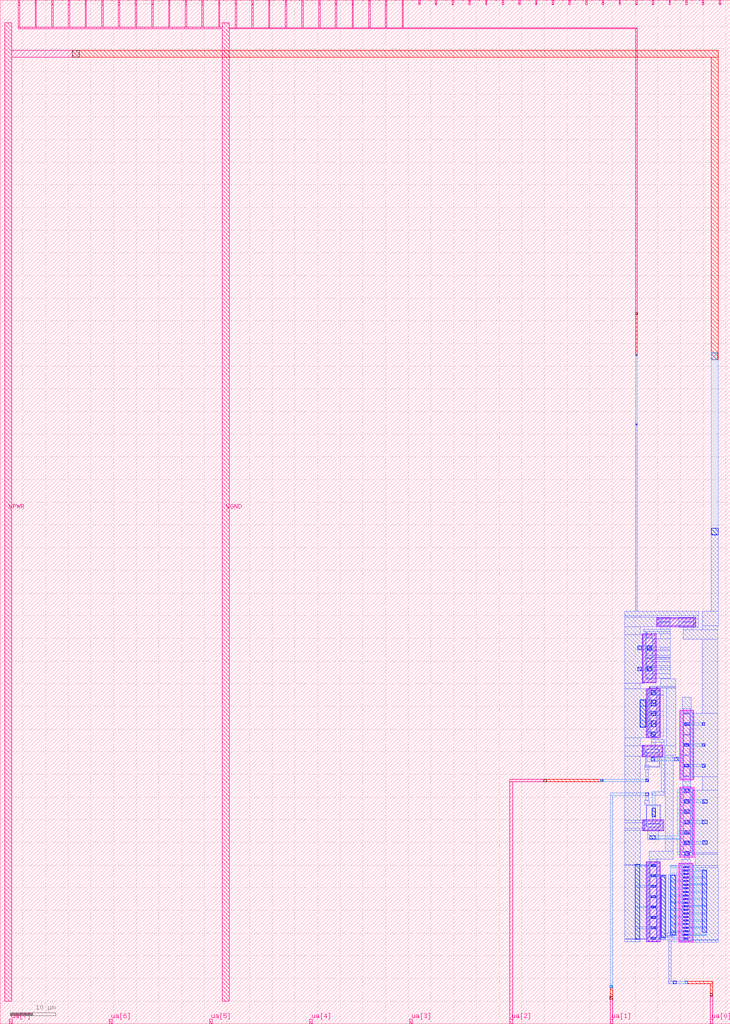
<source format=lef>
VERSION 5.7 ;
  NOWIREEXTENSIONATPIN ON ;
  DIVIDERCHAR "/" ;
  BUSBITCHARS "[]" ;
MACRO tt_um_argunda_tiny_opamp
  CLASS BLOCK ;
  FOREIGN tt_um_argunda_tiny_opamp ;
  ORIGIN 0.000 0.000 ;
  SIZE 161.000 BY 225.760 ;
  PIN clk
    DIRECTION INPUT ;
    USE SIGNAL ;
    PORT
      LAYER met4 ;
        RECT 154.870 224.760 155.170 225.760 ;
    END
  END clk
  PIN ena
    DIRECTION INPUT ;
    USE SIGNAL ;
    PORT
      LAYER met4 ;
        RECT 158.550 224.760 158.850 225.760 ;
    END
  END ena
  PIN rst_n
    DIRECTION INPUT ;
    USE SIGNAL ;
    PORT
      LAYER met4 ;
        RECT 151.190 224.760 151.490 225.760 ;
    END
  END rst_n
  PIN ua[0]
    DIRECTION INOUT ;
    USE SIGNAL ;
    ANTENNADIFFAREA 4.350000 ;
    PORT
      LAYER met4 ;
        RECT 156.560 0.000 157.160 1.000 ;
    END
  END ua[0]
  PIN ua[1]
    DIRECTION INOUT ;
    USE SIGNAL ;
    ANTENNAGATEAREA 1.250000 ;
    PORT
      LAYER met4 ;
        RECT 134.480 0.000 135.080 1.000 ;
    END
  END ua[1]
  PIN ua[2]
    DIRECTION INOUT ;
    USE SIGNAL ;
    ANTENNAGATEAREA 1.250000 ;
    PORT
      LAYER met4 ;
        RECT 112.400 0.000 113.000 1.000 ;
    END
  END ua[2]
  PIN ua[3]
    DIRECTION INOUT ;
    USE SIGNAL ;
    PORT
      LAYER met4 ;
        RECT 90.320 0.000 90.920 1.000 ;
    END
  END ua[3]
  PIN ua[4]
    DIRECTION INOUT ;
    USE SIGNAL ;
    PORT
      LAYER met4 ;
        RECT 68.240 0.000 68.840 1.000 ;
    END
  END ua[4]
  PIN ua[5]
    DIRECTION INOUT ;
    USE SIGNAL ;
    PORT
      LAYER met4 ;
        RECT 46.160 0.000 46.760 1.000 ;
    END
  END ua[5]
  PIN ua[6]
    DIRECTION INOUT ;
    USE SIGNAL ;
    PORT
      LAYER met4 ;
        RECT 24.080 0.000 24.680 1.000 ;
    END
  END ua[6]
  PIN ua[7]
    DIRECTION INOUT ;
    USE SIGNAL ;
    PORT
      LAYER met4 ;
        RECT 2.000 0.000 2.600 1.000 ;
    END
  END ua[7]
  PIN ui_in[0]
    DIRECTION INPUT ;
    USE SIGNAL ;
    PORT
      LAYER met4 ;
        RECT 147.510 224.760 147.810 225.760 ;
    END
  END ui_in[0]
  PIN ui_in[1]
    DIRECTION INPUT ;
    USE SIGNAL ;
    PORT
      LAYER met4 ;
        RECT 143.830 224.760 144.130 225.760 ;
    END
  END ui_in[1]
  PIN ui_in[2]
    DIRECTION INPUT ;
    USE SIGNAL ;
    PORT
      LAYER met4 ;
        RECT 140.150 224.760 140.450 225.760 ;
    END
  END ui_in[2]
  PIN ui_in[3]
    DIRECTION INPUT ;
    USE SIGNAL ;
    PORT
      LAYER met4 ;
        RECT 136.470 224.760 136.770 225.760 ;
    END
  END ui_in[3]
  PIN ui_in[4]
    DIRECTION INPUT ;
    USE SIGNAL ;
    PORT
      LAYER met4 ;
        RECT 132.790 224.760 133.090 225.760 ;
    END
  END ui_in[4]
  PIN ui_in[5]
    DIRECTION INPUT ;
    USE SIGNAL ;
    PORT
      LAYER met4 ;
        RECT 129.110 224.760 129.410 225.760 ;
    END
  END ui_in[5]
  PIN ui_in[6]
    DIRECTION INPUT ;
    USE SIGNAL ;
    PORT
      LAYER met4 ;
        RECT 125.430 224.760 125.730 225.760 ;
    END
  END ui_in[6]
  PIN ui_in[7]
    DIRECTION INPUT ;
    USE SIGNAL ;
    PORT
      LAYER met4 ;
        RECT 121.750 224.760 122.050 225.760 ;
    END
  END ui_in[7]
  PIN uio_in[0]
    DIRECTION INPUT ;
    USE SIGNAL ;
    PORT
      LAYER met4 ;
        RECT 118.070 224.760 118.370 225.760 ;
    END
  END uio_in[0]
  PIN uio_in[1]
    DIRECTION INPUT ;
    USE SIGNAL ;
    PORT
      LAYER met4 ;
        RECT 114.390 224.760 114.690 225.760 ;
    END
  END uio_in[1]
  PIN uio_in[2]
    DIRECTION INPUT ;
    USE SIGNAL ;
    PORT
      LAYER met4 ;
        RECT 110.710 224.760 111.010 225.760 ;
    END
  END uio_in[2]
  PIN uio_in[3]
    DIRECTION INPUT ;
    USE SIGNAL ;
    PORT
      LAYER met4 ;
        RECT 107.030 224.760 107.330 225.760 ;
    END
  END uio_in[3]
  PIN uio_in[4]
    DIRECTION INPUT ;
    USE SIGNAL ;
    PORT
      LAYER met4 ;
        RECT 103.350 224.760 103.650 225.760 ;
    END
  END uio_in[4]
  PIN uio_in[5]
    DIRECTION INPUT ;
    USE SIGNAL ;
    PORT
      LAYER met4 ;
        RECT 99.670 224.760 99.970 225.760 ;
    END
  END uio_in[5]
  PIN uio_in[6]
    DIRECTION INPUT ;
    USE SIGNAL ;
    PORT
      LAYER met4 ;
        RECT 95.990 224.760 96.290 225.760 ;
    END
  END uio_in[6]
  PIN uio_in[7]
    DIRECTION INPUT ;
    USE SIGNAL ;
    PORT
      LAYER met4 ;
        RECT 92.310 224.760 92.610 225.760 ;
    END
  END uio_in[7]
  PIN uio_oe[0]
    DIRECTION OUTPUT ;
    USE SIGNAL ;
    ANTENNADIFFAREA 25.116999 ;
    PORT
      LAYER met4 ;
        RECT 29.750 224.760 30.050 225.760 ;
    END
  END uio_oe[0]
  PIN uio_oe[1]
    DIRECTION OUTPUT ;
    USE SIGNAL ;
    ANTENNADIFFAREA 25.116999 ;
    PORT
      LAYER met4 ;
        RECT 26.070 224.760 26.370 225.760 ;
    END
  END uio_oe[1]
  PIN uio_oe[2]
    DIRECTION OUTPUT ;
    USE SIGNAL ;
    ANTENNADIFFAREA 25.116999 ;
    PORT
      LAYER met4 ;
        RECT 22.390 224.760 22.690 225.760 ;
    END
  END uio_oe[2]
  PIN uio_oe[3]
    DIRECTION OUTPUT ;
    USE SIGNAL ;
    ANTENNADIFFAREA 25.116999 ;
    PORT
      LAYER met4 ;
        RECT 18.710 224.760 19.010 225.760 ;
    END
  END uio_oe[3]
  PIN uio_oe[4]
    DIRECTION OUTPUT ;
    USE SIGNAL ;
    ANTENNADIFFAREA 25.116999 ;
    PORT
      LAYER met4 ;
        RECT 15.030 224.760 15.330 225.760 ;
    END
  END uio_oe[4]
  PIN uio_oe[5]
    DIRECTION OUTPUT ;
    USE SIGNAL ;
    ANTENNADIFFAREA 25.116999 ;
    PORT
      LAYER met4 ;
        RECT 11.350 224.760 11.650 225.760 ;
    END
  END uio_oe[5]
  PIN uio_oe[6]
    DIRECTION OUTPUT ;
    USE SIGNAL ;
    ANTENNADIFFAREA 25.116999 ;
    PORT
      LAYER met4 ;
        RECT 7.670 224.760 7.970 225.760 ;
    END
  END uio_oe[6]
  PIN uio_oe[7]
    DIRECTION OUTPUT ;
    USE SIGNAL ;
    ANTENNADIFFAREA 25.116999 ;
    PORT
      LAYER met4 ;
        RECT 3.990 224.760 4.290 225.760 ;
    END
  END uio_oe[7]
  PIN uio_out[0]
    DIRECTION OUTPUT ;
    USE SIGNAL ;
    ANTENNADIFFAREA 25.116999 ;
    PORT
      LAYER met4 ;
        RECT 59.190 224.760 59.490 225.760 ;
    END
  END uio_out[0]
  PIN uio_out[1]
    DIRECTION OUTPUT ;
    USE SIGNAL ;
    ANTENNADIFFAREA 25.116999 ;
    PORT
      LAYER met4 ;
        RECT 55.510 224.760 55.810 225.760 ;
    END
  END uio_out[1]
  PIN uio_out[2]
    DIRECTION OUTPUT ;
    USE SIGNAL ;
    ANTENNADIFFAREA 25.116999 ;
    PORT
      LAYER met4 ;
        RECT 51.830 224.760 52.130 225.760 ;
    END
  END uio_out[2]
  PIN uio_out[3]
    DIRECTION OUTPUT ;
    USE SIGNAL ;
    ANTENNADIFFAREA 25.116999 ;
    PORT
      LAYER met4 ;
        RECT 48.150 224.760 48.450 225.760 ;
    END
  END uio_out[3]
  PIN uio_out[4]
    DIRECTION OUTPUT ;
    USE SIGNAL ;
    ANTENNADIFFAREA 25.116999 ;
    PORT
      LAYER met4 ;
        RECT 44.470 224.760 44.770 225.760 ;
    END
  END uio_out[4]
  PIN uio_out[5]
    DIRECTION OUTPUT ;
    USE SIGNAL ;
    ANTENNADIFFAREA 25.116999 ;
    PORT
      LAYER met4 ;
        RECT 40.790 224.760 41.090 225.760 ;
    END
  END uio_out[5]
  PIN uio_out[6]
    DIRECTION OUTPUT ;
    USE SIGNAL ;
    ANTENNADIFFAREA 25.116999 ;
    PORT
      LAYER met4 ;
        RECT 37.110 224.760 37.410 225.760 ;
    END
  END uio_out[6]
  PIN uio_out[7]
    DIRECTION OUTPUT ;
    USE SIGNAL ;
    ANTENNADIFFAREA 25.116999 ;
    PORT
      LAYER met4 ;
        RECT 33.430 224.760 33.730 225.760 ;
    END
  END uio_out[7]
  PIN uo_out[0]
    DIRECTION OUTPUT ;
    USE SIGNAL ;
    ANTENNADIFFAREA 25.116999 ;
    PORT
      LAYER met4 ;
        RECT 88.630 224.760 88.930 225.760 ;
    END
  END uo_out[0]
  PIN uo_out[1]
    DIRECTION OUTPUT ;
    USE SIGNAL ;
    ANTENNADIFFAREA 25.116999 ;
    PORT
      LAYER met4 ;
        RECT 84.950 224.760 85.250 225.760 ;
    END
  END uo_out[1]
  PIN uo_out[2]
    DIRECTION OUTPUT ;
    USE SIGNAL ;
    ANTENNADIFFAREA 25.116999 ;
    PORT
      LAYER met4 ;
        RECT 81.270 224.760 81.570 225.760 ;
    END
  END uo_out[2]
  PIN uo_out[3]
    DIRECTION OUTPUT ;
    USE SIGNAL ;
    ANTENNADIFFAREA 25.116999 ;
    PORT
      LAYER met4 ;
        RECT 77.590 224.760 77.890 225.760 ;
    END
  END uo_out[3]
  PIN uo_out[4]
    DIRECTION OUTPUT ;
    USE SIGNAL ;
    ANTENNADIFFAREA 25.116999 ;
    PORT
      LAYER met4 ;
        RECT 73.910 224.760 74.210 225.760 ;
    END
  END uo_out[4]
  PIN uo_out[5]
    DIRECTION OUTPUT ;
    USE SIGNAL ;
    ANTENNADIFFAREA 25.116999 ;
    PORT
      LAYER met4 ;
        RECT 70.230 224.760 70.530 225.760 ;
    END
  END uo_out[5]
  PIN uo_out[6]
    DIRECTION OUTPUT ;
    USE SIGNAL ;
    ANTENNADIFFAREA 25.116999 ;
    PORT
      LAYER met4 ;
        RECT 66.550 224.760 66.850 225.760 ;
    END
  END uo_out[6]
  PIN uo_out[7]
    DIRECTION OUTPUT ;
    USE SIGNAL ;
    ANTENNADIFFAREA 25.116999 ;
    PORT
      LAYER met4 ;
        RECT 62.870 224.760 63.170 225.760 ;
    END
  END uo_out[7]
  PIN VPWR
    DIRECTION INOUT ;
    USE POWER ;
    PORT
      LAYER met4 ;
        RECT 1.000 5.000 2.500 220.760 ;
    END
  END VPWR
  PIN VGND
    DIRECTION INOUT ;
    USE GROUND ;
    PORT
      LAYER met4 ;
        RECT 49.000 5.000 50.500 220.760 ;
    END
  END VGND
  OBS
      LAYER pwell ;
        RECT 144.740 87.580 153.360 89.590 ;
        RECT 141.570 75.160 144.670 85.990 ;
        RECT 143.140 74.190 143.370 74.220 ;
        RECT 143.180 73.860 143.370 74.190 ;
        RECT 144.710 73.860 144.940 74.220 ;
        RECT 142.490 63.030 145.590 73.860 ;
        RECT 141.560 58.940 146.160 61.400 ;
      LAYER nwell ;
        RECT 149.810 53.780 153.000 69.190 ;
      LAYER pwell ;
        RECT 141.740 42.520 146.340 44.980 ;
      LAYER nwell ;
        RECT 149.860 36.760 153.050 52.170 ;
      LAYER pwell ;
        RECT 142.510 18.030 145.610 35.730 ;
      LAYER nwell ;
        RECT 149.630 17.970 152.820 35.440 ;
      LAYER li1 ;
        RECT 144.920 89.240 153.180 89.410 ;
        RECT 144.920 89.070 145.090 89.240 ;
        RECT 144.770 88.170 145.260 89.070 ;
        RECT 153.010 88.970 153.180 89.240 ;
        RECT 145.570 88.410 147.730 88.760 ;
        RECT 150.370 88.410 152.530 88.760 ;
        RECT 152.990 88.220 153.280 88.970 ;
        RECT 144.920 87.930 145.090 88.170 ;
        RECT 153.010 87.930 153.180 88.220 ;
        RECT 144.920 87.760 153.180 87.930 ;
        RECT 141.750 85.640 144.490 85.810 ;
        RECT 141.750 75.510 141.920 85.640 ;
        RECT 142.600 85.070 143.640 85.240 ;
        RECT 142.260 83.010 142.430 85.010 ;
        RECT 143.810 83.010 143.980 85.010 ;
        RECT 142.600 82.780 143.640 82.950 ;
        RECT 142.260 80.720 142.430 82.720 ;
        RECT 143.810 80.720 143.980 82.720 ;
        RECT 142.600 80.490 143.640 80.660 ;
        RECT 142.260 78.430 142.430 80.430 ;
        RECT 143.810 78.430 143.980 80.430 ;
        RECT 142.600 78.200 143.640 78.370 ;
        RECT 142.260 76.140 142.430 78.140 ;
        RECT 143.810 76.140 143.980 78.140 ;
        RECT 142.600 75.910 143.640 76.080 ;
        RECT 144.320 75.510 144.490 85.640 ;
        RECT 141.750 75.340 144.490 75.510 ;
        RECT 142.670 73.510 145.410 73.680 ;
        RECT 142.670 63.380 142.840 73.510 ;
        RECT 143.520 72.940 144.560 73.110 ;
        RECT 143.180 70.880 143.350 72.880 ;
        RECT 144.730 70.880 144.900 72.880 ;
        RECT 143.520 70.650 144.560 70.820 ;
        RECT 143.180 68.590 143.350 70.590 ;
        RECT 144.730 68.590 144.900 70.590 ;
        RECT 143.520 68.360 144.560 68.530 ;
        RECT 143.180 66.300 143.350 68.300 ;
        RECT 144.730 66.300 144.900 68.300 ;
        RECT 143.520 66.070 144.560 66.240 ;
        RECT 143.180 64.010 143.350 66.010 ;
        RECT 144.730 64.010 144.900 66.010 ;
        RECT 143.520 63.780 144.560 63.950 ;
        RECT 145.240 63.380 145.410 73.510 ;
        RECT 142.670 63.210 145.410 63.380 ;
        RECT 149.990 68.840 152.820 69.010 ;
        RECT 141.740 61.050 145.980 61.220 ;
        RECT 141.740 59.290 141.910 61.050 ;
        RECT 142.590 60.480 145.130 60.650 ;
        RECT 142.250 59.920 142.420 60.420 ;
        RECT 145.300 59.920 145.470 60.420 ;
        RECT 142.590 59.690 145.130 59.860 ;
        RECT 145.810 59.290 145.980 61.050 ;
        RECT 141.740 59.120 145.980 59.290 ;
        RECT 149.990 54.130 150.160 68.840 ;
        RECT 150.885 68.270 151.925 68.440 ;
        RECT 150.500 66.210 150.670 68.210 ;
        RECT 152.140 66.210 152.310 68.210 ;
        RECT 150.885 65.980 151.925 66.150 ;
        RECT 150.500 63.920 150.670 65.920 ;
        RECT 152.140 63.920 152.310 65.920 ;
        RECT 150.885 63.690 151.925 63.860 ;
        RECT 150.500 61.630 150.670 63.630 ;
        RECT 152.140 61.630 152.310 63.630 ;
        RECT 150.885 61.400 151.925 61.570 ;
        RECT 150.500 59.340 150.670 61.340 ;
        RECT 152.140 59.340 152.310 61.340 ;
        RECT 150.885 59.110 151.925 59.280 ;
        RECT 150.500 57.050 150.670 59.050 ;
        RECT 152.140 57.050 152.310 59.050 ;
        RECT 150.885 56.820 151.925 56.990 ;
        RECT 150.500 54.760 150.670 56.760 ;
        RECT 152.140 54.760 152.310 56.760 ;
        RECT 150.885 54.530 151.925 54.700 ;
        RECT 152.650 54.130 152.820 68.840 ;
        RECT 149.990 53.960 152.820 54.130 ;
        RECT 150.040 51.820 152.870 51.990 ;
        RECT 141.920 44.630 146.160 44.800 ;
        RECT 141.920 44.310 142.090 44.630 ;
        RECT 141.730 43.190 142.090 44.310 ;
        RECT 142.770 44.060 145.310 44.230 ;
        RECT 142.430 43.500 142.600 44.000 ;
        RECT 145.480 43.500 145.650 44.000 ;
        RECT 142.770 43.270 145.310 43.440 ;
        RECT 141.920 42.870 142.090 43.190 ;
        RECT 145.990 42.870 146.160 44.630 ;
        RECT 141.920 42.700 146.160 42.870 ;
        RECT 150.040 37.110 150.210 51.820 ;
        RECT 150.935 51.250 151.975 51.420 ;
        RECT 150.550 49.190 150.720 51.190 ;
        RECT 152.190 49.190 152.360 51.190 ;
        RECT 150.935 48.960 151.975 49.130 ;
        RECT 150.550 46.900 150.720 48.900 ;
        RECT 152.190 46.900 152.360 48.900 ;
        RECT 150.935 46.670 151.975 46.840 ;
        RECT 150.550 44.610 150.720 46.610 ;
        RECT 152.190 44.610 152.360 46.610 ;
        RECT 150.935 44.380 151.975 44.550 ;
        RECT 150.550 42.320 150.720 44.320 ;
        RECT 152.190 42.320 152.360 44.320 ;
        RECT 150.935 42.090 151.975 42.260 ;
        RECT 150.550 40.030 150.720 42.030 ;
        RECT 152.190 40.030 152.360 42.030 ;
        RECT 150.935 39.800 151.975 39.970 ;
        RECT 150.550 37.740 150.720 39.740 ;
        RECT 152.190 37.740 152.360 39.740 ;
        RECT 150.935 37.510 151.975 37.680 ;
        RECT 152.700 37.110 152.870 51.820 ;
        RECT 150.040 36.940 152.870 37.110 ;
        RECT 142.690 35.380 145.430 35.550 ;
        RECT 142.690 18.380 142.860 35.380 ;
        RECT 143.540 34.810 144.580 34.980 ;
        RECT 143.200 32.750 143.370 34.750 ;
        RECT 144.750 32.750 144.920 34.750 ;
        RECT 143.540 32.520 144.580 32.690 ;
        RECT 143.200 30.460 143.370 32.460 ;
        RECT 144.750 30.460 144.920 32.460 ;
        RECT 143.540 30.230 144.580 30.400 ;
        RECT 143.200 28.170 143.370 30.170 ;
        RECT 144.750 28.170 144.920 30.170 ;
        RECT 143.540 27.940 144.580 28.110 ;
        RECT 143.200 25.880 143.370 27.880 ;
        RECT 144.750 25.880 144.920 27.880 ;
        RECT 143.540 25.650 144.580 25.820 ;
        RECT 143.200 23.590 143.370 25.590 ;
        RECT 144.750 23.590 144.920 25.590 ;
        RECT 143.540 23.360 144.580 23.530 ;
        RECT 143.200 21.300 143.370 23.300 ;
        RECT 144.750 21.300 144.920 23.300 ;
        RECT 143.540 21.070 144.580 21.240 ;
        RECT 143.200 19.010 143.370 21.010 ;
        RECT 144.750 19.010 144.920 21.010 ;
        RECT 143.540 18.780 144.580 18.950 ;
        RECT 145.260 18.380 145.430 35.380 ;
        RECT 142.690 18.210 145.430 18.380 ;
        RECT 149.810 35.090 152.640 35.260 ;
        RECT 149.810 18.320 149.980 35.090 ;
        RECT 150.705 34.520 151.745 34.690 ;
        RECT 150.320 33.960 150.490 34.460 ;
        RECT 151.960 33.960 152.130 34.460 ;
        RECT 150.705 33.730 151.745 33.900 ;
        RECT 150.320 33.170 150.490 33.670 ;
        RECT 151.960 33.170 152.130 33.670 ;
        RECT 150.705 32.940 151.745 33.110 ;
        RECT 150.320 32.380 150.490 32.880 ;
        RECT 151.960 32.380 152.130 32.880 ;
        RECT 150.705 32.150 151.745 32.320 ;
        RECT 150.320 31.590 150.490 32.090 ;
        RECT 151.960 31.590 152.130 32.090 ;
        RECT 150.705 31.360 151.745 31.530 ;
        RECT 150.320 30.800 150.490 31.300 ;
        RECT 151.960 30.800 152.130 31.300 ;
        RECT 150.705 30.570 151.745 30.740 ;
        RECT 150.320 30.010 150.490 30.510 ;
        RECT 151.960 30.010 152.130 30.510 ;
        RECT 150.705 29.780 151.745 29.950 ;
        RECT 150.320 29.220 150.490 29.720 ;
        RECT 151.960 29.220 152.130 29.720 ;
        RECT 150.705 28.990 151.745 29.160 ;
        RECT 150.320 28.430 150.490 28.930 ;
        RECT 151.960 28.430 152.130 28.930 ;
        RECT 150.705 28.200 151.745 28.370 ;
        RECT 150.320 27.640 150.490 28.140 ;
        RECT 151.960 27.640 152.130 28.140 ;
        RECT 150.705 27.410 151.745 27.580 ;
        RECT 150.320 26.850 150.490 27.350 ;
        RECT 151.960 26.850 152.130 27.350 ;
        RECT 150.705 26.620 151.745 26.790 ;
        RECT 150.320 26.060 150.490 26.560 ;
        RECT 151.960 26.060 152.130 26.560 ;
        RECT 150.705 25.830 151.745 26.000 ;
        RECT 150.320 25.270 150.490 25.770 ;
        RECT 151.960 25.270 152.130 25.770 ;
        RECT 150.705 25.040 151.745 25.210 ;
        RECT 150.320 24.480 150.490 24.980 ;
        RECT 151.960 24.480 152.130 24.980 ;
        RECT 150.705 24.250 151.745 24.420 ;
        RECT 150.320 23.690 150.490 24.190 ;
        RECT 151.960 23.690 152.130 24.190 ;
        RECT 150.705 23.460 151.745 23.630 ;
        RECT 150.320 22.900 150.490 23.400 ;
        RECT 151.960 22.900 152.130 23.400 ;
        RECT 150.705 22.670 151.745 22.840 ;
        RECT 150.320 22.110 150.490 22.610 ;
        RECT 151.960 22.110 152.130 22.610 ;
        RECT 150.705 21.880 151.745 22.050 ;
        RECT 150.320 21.320 150.490 21.820 ;
        RECT 151.960 21.320 152.130 21.820 ;
        RECT 150.705 21.090 151.745 21.260 ;
        RECT 150.320 20.530 150.490 21.030 ;
        RECT 151.960 20.530 152.130 21.030 ;
        RECT 150.705 20.300 151.745 20.470 ;
        RECT 150.320 19.740 150.490 20.240 ;
        RECT 151.960 19.740 152.130 20.240 ;
        RECT 150.705 19.510 151.745 19.680 ;
        RECT 150.320 18.950 150.490 19.450 ;
        RECT 151.960 18.950 152.130 19.450 ;
        RECT 150.705 18.720 151.745 18.890 ;
        RECT 152.470 18.320 152.640 35.090 ;
        RECT 149.810 18.150 152.640 18.320 ;
      LAYER mcon ;
        RECT 145.660 88.490 147.645 88.680 ;
        RECT 150.455 88.490 152.440 88.680 ;
        RECT 141.750 75.820 141.920 85.330 ;
        RECT 142.680 85.070 143.560 85.240 ;
        RECT 142.260 83.090 142.430 84.930 ;
        RECT 143.810 83.090 143.980 84.930 ;
        RECT 142.680 82.780 143.560 82.950 ;
        RECT 142.260 80.800 142.430 82.640 ;
        RECT 143.810 80.800 143.980 82.640 ;
        RECT 142.680 80.490 143.560 80.660 ;
        RECT 142.260 78.510 142.430 80.350 ;
        RECT 143.810 78.510 143.980 80.350 ;
        RECT 142.680 78.200 143.560 78.370 ;
        RECT 142.260 76.220 142.430 78.060 ;
        RECT 143.810 76.220 143.980 78.060 ;
        RECT 142.680 75.910 143.560 76.080 ;
        RECT 142.670 63.690 142.840 73.200 ;
        RECT 143.600 72.940 144.480 73.110 ;
        RECT 143.180 70.960 143.350 72.800 ;
        RECT 144.730 70.960 144.900 72.800 ;
        RECT 143.600 70.650 144.480 70.820 ;
        RECT 143.180 68.670 143.350 70.510 ;
        RECT 144.730 68.670 144.900 70.510 ;
        RECT 143.600 68.360 144.480 68.530 ;
        RECT 143.180 66.380 143.350 68.220 ;
        RECT 144.730 66.380 144.900 68.220 ;
        RECT 143.600 66.070 144.480 66.240 ;
        RECT 143.180 64.090 143.350 65.930 ;
        RECT 144.730 64.090 144.900 65.930 ;
        RECT 143.600 63.780 144.480 63.950 ;
        RECT 141.740 59.600 141.910 60.740 ;
        RECT 142.670 60.480 145.050 60.650 ;
        RECT 142.250 60.000 142.420 60.340 ;
        RECT 145.300 60.000 145.470 60.340 ;
        RECT 142.670 59.690 145.050 59.860 ;
        RECT 150.965 68.270 151.845 68.440 ;
        RECT 150.500 66.290 150.670 68.130 ;
        RECT 152.140 66.290 152.310 68.130 ;
        RECT 150.965 65.980 151.845 66.150 ;
        RECT 150.500 64.000 150.670 65.840 ;
        RECT 152.140 64.000 152.310 65.840 ;
        RECT 150.965 63.690 151.845 63.860 ;
        RECT 150.500 61.710 150.670 63.550 ;
        RECT 152.140 61.710 152.310 63.550 ;
        RECT 150.965 61.400 151.845 61.570 ;
        RECT 150.500 59.420 150.670 61.260 ;
        RECT 152.140 59.420 152.310 61.260 ;
        RECT 150.965 59.110 151.845 59.280 ;
        RECT 150.500 57.130 150.670 58.970 ;
        RECT 152.140 57.130 152.310 58.970 ;
        RECT 150.965 56.820 151.845 56.990 ;
        RECT 150.500 54.840 150.670 56.680 ;
        RECT 152.140 54.840 152.310 56.680 ;
        RECT 150.965 54.530 151.845 54.700 ;
        RECT 152.650 54.440 152.820 68.530 ;
        RECT 141.730 43.190 142.080 44.310 ;
        RECT 142.850 44.060 145.230 44.230 ;
        RECT 142.430 43.580 142.600 43.920 ;
        RECT 145.480 43.580 145.650 43.920 ;
        RECT 142.850 43.270 145.230 43.440 ;
        RECT 151.015 51.250 151.895 51.420 ;
        RECT 150.550 49.270 150.720 51.110 ;
        RECT 152.190 49.270 152.360 51.110 ;
        RECT 151.015 48.960 151.895 49.130 ;
        RECT 150.550 46.980 150.720 48.820 ;
        RECT 152.190 46.980 152.360 48.820 ;
        RECT 151.015 46.670 151.895 46.840 ;
        RECT 150.550 44.690 150.720 46.530 ;
        RECT 152.190 44.690 152.360 46.530 ;
        RECT 151.015 44.380 151.895 44.550 ;
        RECT 150.550 42.400 150.720 44.240 ;
        RECT 152.190 42.400 152.360 44.240 ;
        RECT 151.015 42.090 151.895 42.260 ;
        RECT 150.550 40.110 150.720 41.950 ;
        RECT 152.190 40.110 152.360 41.950 ;
        RECT 151.015 39.800 151.895 39.970 ;
        RECT 150.550 37.820 150.720 39.660 ;
        RECT 152.190 37.820 152.360 39.660 ;
        RECT 151.015 37.510 151.895 37.680 ;
        RECT 152.700 37.420 152.870 51.510 ;
        RECT 142.690 18.690 142.860 35.070 ;
        RECT 143.620 34.810 144.500 34.980 ;
        RECT 143.200 32.830 143.370 34.670 ;
        RECT 144.750 32.830 144.920 34.670 ;
        RECT 143.620 32.520 144.500 32.690 ;
        RECT 143.200 30.540 143.370 32.380 ;
        RECT 144.750 30.540 144.920 32.380 ;
        RECT 143.620 30.230 144.500 30.400 ;
        RECT 143.200 28.250 143.370 30.090 ;
        RECT 144.750 28.250 144.920 30.090 ;
        RECT 143.620 27.940 144.500 28.110 ;
        RECT 143.200 25.960 143.370 27.800 ;
        RECT 144.750 25.960 144.920 27.800 ;
        RECT 143.620 25.650 144.500 25.820 ;
        RECT 143.200 23.670 143.370 25.510 ;
        RECT 144.750 23.670 144.920 25.510 ;
        RECT 143.620 23.360 144.500 23.530 ;
        RECT 143.200 21.380 143.370 23.220 ;
        RECT 144.750 21.380 144.920 23.220 ;
        RECT 143.620 21.070 144.500 21.240 ;
        RECT 143.200 19.090 143.370 20.930 ;
        RECT 144.750 19.090 144.920 20.930 ;
        RECT 143.620 18.780 144.500 18.950 ;
        RECT 150.785 34.520 151.665 34.690 ;
        RECT 150.320 34.040 150.490 34.380 ;
        RECT 151.960 34.040 152.130 34.380 ;
        RECT 150.785 33.730 151.665 33.900 ;
        RECT 150.320 33.250 150.490 33.590 ;
        RECT 151.960 33.250 152.130 33.590 ;
        RECT 150.785 32.940 151.665 33.110 ;
        RECT 150.320 32.460 150.490 32.800 ;
        RECT 151.960 32.460 152.130 32.800 ;
        RECT 150.785 32.150 151.665 32.320 ;
        RECT 150.320 31.670 150.490 32.010 ;
        RECT 151.960 31.670 152.130 32.010 ;
        RECT 150.785 31.360 151.665 31.530 ;
        RECT 150.320 30.880 150.490 31.220 ;
        RECT 151.960 30.880 152.130 31.220 ;
        RECT 150.785 30.570 151.665 30.740 ;
        RECT 150.320 30.090 150.490 30.430 ;
        RECT 151.960 30.090 152.130 30.430 ;
        RECT 150.785 29.780 151.665 29.950 ;
        RECT 150.320 29.300 150.490 29.640 ;
        RECT 151.960 29.300 152.130 29.640 ;
        RECT 150.785 28.990 151.665 29.160 ;
        RECT 150.320 28.510 150.490 28.850 ;
        RECT 151.960 28.510 152.130 28.850 ;
        RECT 150.785 28.200 151.665 28.370 ;
        RECT 150.320 27.720 150.490 28.060 ;
        RECT 151.960 27.720 152.130 28.060 ;
        RECT 150.785 27.410 151.665 27.580 ;
        RECT 150.320 26.930 150.490 27.270 ;
        RECT 151.960 26.930 152.130 27.270 ;
        RECT 150.785 26.620 151.665 26.790 ;
        RECT 150.320 26.140 150.490 26.480 ;
        RECT 151.960 26.140 152.130 26.480 ;
        RECT 150.785 25.830 151.665 26.000 ;
        RECT 150.320 25.350 150.490 25.690 ;
        RECT 151.960 25.350 152.130 25.690 ;
        RECT 150.785 25.040 151.665 25.210 ;
        RECT 150.320 24.560 150.490 24.900 ;
        RECT 151.960 24.560 152.130 24.900 ;
        RECT 150.785 24.250 151.665 24.420 ;
        RECT 150.320 23.770 150.490 24.110 ;
        RECT 151.960 23.770 152.130 24.110 ;
        RECT 150.785 23.460 151.665 23.630 ;
        RECT 150.320 22.980 150.490 23.320 ;
        RECT 151.960 22.980 152.130 23.320 ;
        RECT 150.785 22.670 151.665 22.840 ;
        RECT 150.320 22.190 150.490 22.530 ;
        RECT 151.960 22.190 152.130 22.530 ;
        RECT 150.785 21.880 151.665 22.050 ;
        RECT 150.320 21.400 150.490 21.740 ;
        RECT 151.960 21.400 152.130 21.740 ;
        RECT 150.785 21.090 151.665 21.260 ;
        RECT 150.320 20.610 150.490 20.950 ;
        RECT 151.960 20.610 152.130 20.950 ;
        RECT 150.785 20.300 151.665 20.470 ;
        RECT 150.320 19.820 150.490 20.160 ;
        RECT 151.960 19.820 152.130 20.160 ;
        RECT 150.785 19.510 151.665 19.680 ;
        RECT 150.320 19.030 150.490 19.370 ;
        RECT 151.960 19.030 152.130 19.370 ;
        RECT 150.785 18.720 151.665 18.890 ;
        RECT 150.290 18.150 152.160 18.320 ;
      LAYER met1 ;
        RECT 140.180 132.070 140.540 132.370 ;
        RECT 140.210 91.000 140.510 132.070 ;
        RECT 156.780 107.820 158.340 109.320 ;
        RECT 156.810 91.030 158.310 107.820 ;
        RECT 137.690 90.020 154.010 91.000 ;
        RECT 137.700 89.670 141.190 90.020 ;
        RECT 137.700 87.550 145.340 89.670 ;
        RECT 145.640 88.710 147.740 89.700 ;
        RECT 145.600 88.460 147.740 88.710 ;
        RECT 137.700 85.810 141.190 87.550 ;
        RECT 145.640 87.030 147.740 88.460 ;
        RECT 149.650 87.460 152.800 89.620 ;
        RECT 141.970 86.400 147.740 87.030 ;
        RECT 137.700 75.070 141.950 85.810 ;
        RECT 142.260 84.990 142.450 86.400 ;
        RECT 142.590 85.990 147.740 86.400 ;
        RECT 142.230 83.030 142.460 84.990 ;
        RECT 142.600 84.980 143.640 85.990 ;
        RECT 143.780 84.930 144.010 84.990 ;
        RECT 145.640 84.930 147.740 85.990 ;
        RECT 142.260 82.700 142.450 83.030 ;
        RECT 142.640 82.980 143.620 83.370 ;
        RECT 143.780 83.090 147.740 84.930 ;
        RECT 150.640 86.910 152.800 87.460 ;
        RECT 152.950 87.380 153.980 90.020 ;
        RECT 154.770 87.810 158.310 91.030 ;
        RECT 154.770 86.910 158.270 87.810 ;
        RECT 150.640 84.750 158.270 86.910 ;
        RECT 143.780 83.030 144.010 83.090 ;
        RECT 142.620 82.750 143.620 82.980 ;
        RECT 142.230 80.740 142.460 82.700 ;
        RECT 142.640 82.420 143.620 82.750 ;
        RECT 143.780 82.640 144.010 82.700 ;
        RECT 145.640 82.640 147.740 83.090 ;
        RECT 143.780 82.220 147.740 82.640 ;
        RECT 142.630 81.310 147.740 82.220 ;
        RECT 142.260 80.410 142.450 80.740 ;
        RECT 142.640 80.690 143.610 81.310 ;
        RECT 143.780 80.790 147.740 81.310 ;
        RECT 143.780 80.740 144.010 80.790 ;
        RECT 144.810 80.760 147.740 80.790 ;
        RECT 142.620 80.460 143.620 80.690 ;
        RECT 142.230 78.450 142.460 80.410 ;
        RECT 142.640 79.880 143.610 80.460 ;
        RECT 143.780 80.350 144.010 80.410 ;
        RECT 145.640 80.350 147.740 80.760 ;
        RECT 143.780 79.880 147.740 80.350 ;
        RECT 142.620 78.970 147.740 79.880 ;
        RECT 142.640 78.920 143.610 78.970 ;
        RECT 142.260 78.120 142.450 78.450 ;
        RECT 142.640 78.400 143.620 78.740 ;
        RECT 143.780 78.510 147.740 78.970 ;
        RECT 143.780 78.450 144.010 78.510 ;
        RECT 142.620 78.170 143.620 78.400 ;
        RECT 142.230 76.160 142.460 78.120 ;
        RECT 142.640 77.790 143.620 78.170 ;
        RECT 143.780 78.060 144.010 78.120 ;
        RECT 145.640 78.060 147.740 78.510 ;
        RECT 143.780 77.220 147.740 78.060 ;
        RECT 142.640 76.220 147.740 77.220 ;
        RECT 142.640 76.210 144.180 76.220 ;
        RECT 145.640 76.210 147.740 76.220 ;
        RECT 142.640 76.160 144.010 76.210 ;
        RECT 142.260 76.050 142.450 76.160 ;
        RECT 142.640 76.110 143.780 76.160 ;
        RECT 142.620 76.040 143.780 76.110 ;
        RECT 145.640 76.080 147.750 76.210 ;
        RECT 142.620 75.880 143.620 76.040 ;
        RECT 142.640 75.870 143.570 75.880 ;
        RECT 137.700 75.050 141.940 75.070 ;
        RECT 137.700 73.890 141.190 75.050 ;
        RECT 145.640 74.430 148.995 76.080 ;
        RECT 143.140 74.190 148.995 74.430 ;
        RECT 143.180 73.960 148.995 74.190 ;
        RECT 137.700 63.080 142.870 73.890 ;
        RECT 143.180 72.860 143.370 73.960 ;
        RECT 143.580 73.140 144.500 73.490 ;
        RECT 143.540 72.910 144.540 73.140 ;
        RECT 143.150 70.900 143.380 72.860 ;
        RECT 143.580 72.460 144.500 72.910 ;
        RECT 144.710 72.860 144.940 73.960 ;
        RECT 143.180 70.570 143.370 70.900 ;
        RECT 143.560 70.850 144.550 71.440 ;
        RECT 144.700 70.900 144.940 72.860 ;
        RECT 143.540 70.620 144.550 70.850 ;
        RECT 143.150 68.610 143.380 70.570 ;
        RECT 143.560 70.050 144.550 70.620 ;
        RECT 144.710 70.570 144.940 70.900 ;
        RECT 143.180 68.280 143.370 68.610 ;
        RECT 143.600 68.560 144.520 68.930 ;
        RECT 144.700 68.610 144.940 70.570 ;
        RECT 143.540 68.330 144.540 68.560 ;
        RECT 143.150 66.320 143.380 68.280 ;
        RECT 143.600 67.900 144.520 68.330 ;
        RECT 144.710 68.280 144.940 68.610 ;
        RECT 143.180 65.990 143.370 66.320 ;
        RECT 143.540 66.270 144.530 66.860 ;
        RECT 144.700 66.320 144.940 68.280 ;
        RECT 143.540 66.040 144.540 66.270 ;
        RECT 143.150 64.030 143.380 65.990 ;
        RECT 143.540 65.470 144.530 66.040 ;
        RECT 144.710 65.990 144.940 66.320 ;
        RECT 143.570 63.980 144.490 64.360 ;
        RECT 144.700 64.050 144.940 65.990 ;
        RECT 144.700 64.030 144.930 64.050 ;
        RECT 143.540 63.750 144.540 63.980 ;
        RECT 143.570 63.330 144.490 63.750 ;
        RECT 137.700 63.050 142.860 63.080 ;
        RECT 137.700 61.290 141.190 63.050 ;
        RECT 143.590 62.740 144.480 63.330 ;
        RECT 143.590 62.030 146.450 62.740 ;
        RECT 137.700 59.050 141.980 61.290 ;
        RECT 143.590 60.680 144.480 62.030 ;
        RECT 142.610 60.450 145.110 60.680 ;
        RECT 142.250 60.400 142.420 60.430 ;
        RECT 145.300 60.400 145.470 60.420 ;
        RECT 142.220 59.940 142.450 60.400 ;
        RECT 145.270 59.940 145.500 60.400 ;
        RECT 137.700 44.930 141.190 59.050 ;
        RECT 142.250 56.970 142.420 59.940 ;
        RECT 142.610 59.660 145.110 59.890 ;
        RECT 142.670 57.780 145.060 59.660 ;
        RECT 142.140 56.780 143.140 56.970 ;
        RECT 145.300 56.780 145.470 59.940 ;
        RECT 142.140 56.610 145.470 56.780 ;
        RECT 142.140 55.970 143.140 56.610 ;
        RECT 142.360 53.950 142.960 55.970 ;
        RECT 142.330 53.350 142.990 53.950 ;
        RECT 143.765 51.125 144.475 51.155 ;
        RECT 145.740 51.125 146.450 62.030 ;
        RECT 146.885 61.350 148.995 73.960 ;
        RECT 150.500 72.000 152.400 72.010 ;
        RECT 150.460 69.420 152.400 72.000 ;
        RECT 142.380 50.300 143.040 50.900 ;
        RECT 143.765 50.415 146.450 51.125 ;
        RECT 146.650 59.245 148.995 61.350 ;
        RECT 150.470 68.570 150.730 69.420 ;
        RECT 152.130 69.270 152.400 69.420 ;
        RECT 152.130 68.570 152.310 69.270 ;
        RECT 150.470 68.380 152.310 68.570 ;
        RECT 150.470 63.860 150.730 68.380 ;
        RECT 150.905 68.240 151.905 68.380 ;
        RECT 152.130 68.190 152.310 68.380 ;
        RECT 152.620 68.530 152.880 68.630 ;
        RECT 154.780 68.530 158.270 84.750 ;
        RECT 150.930 66.180 151.920 66.420 ;
        RECT 152.110 66.230 152.340 68.190 ;
        RECT 150.905 65.950 151.920 66.180 ;
        RECT 150.930 65.750 151.920 65.950 ;
        RECT 152.130 65.900 152.310 66.230 ;
        RECT 152.110 63.940 152.340 65.900 ;
        RECT 150.905 63.860 151.905 63.890 ;
        RECT 150.470 63.690 151.970 63.860 ;
        RECT 150.470 60.060 150.730 63.690 ;
        RECT 150.905 63.660 151.905 63.690 ;
        RECT 152.130 63.610 152.310 63.940 ;
        RECT 150.900 61.600 151.890 61.830 ;
        RECT 152.110 61.650 152.340 63.610 ;
        RECT 150.900 61.370 151.905 61.600 ;
        RECT 150.900 61.160 151.890 61.370 ;
        RECT 152.130 61.320 152.310 61.650 ;
        RECT 149.900 59.280 150.730 60.060 ;
        RECT 152.110 59.360 152.340 61.320 ;
        RECT 150.905 59.280 151.905 59.310 ;
        RECT 143.765 50.385 144.475 50.415 ;
        RECT 142.410 49.260 143.010 50.300 ;
        RECT 142.160 48.285 143.160 49.260 ;
        RECT 142.160 48.260 145.665 48.285 ;
        RECT 142.430 48.095 145.665 48.260 ;
        RECT 137.700 44.340 142.090 44.930 ;
        RECT 137.700 43.160 142.120 44.340 ;
        RECT 142.430 43.980 142.620 48.095 ;
        RECT 143.765 47.535 144.460 47.585 ;
        RECT 143.765 44.260 144.610 47.535 ;
        RECT 142.790 44.030 145.290 44.260 ;
        RECT 143.765 44.000 144.610 44.030 ;
        RECT 145.475 43.980 145.665 48.095 ;
        RECT 142.400 43.520 142.630 43.980 ;
        RECT 145.450 43.520 145.680 43.980 ;
        RECT 142.430 43.500 142.620 43.520 ;
        RECT 145.475 43.475 145.665 43.520 ;
        RECT 142.790 43.240 145.290 43.470 ;
        RECT 137.700 42.680 142.090 43.160 ;
        RECT 137.700 35.080 141.190 42.680 ;
        RECT 142.820 40.610 145.280 43.240 ;
        RECT 146.650 38.080 148.400 59.245 ;
        RECT 149.900 59.110 151.905 59.280 ;
        RECT 148.810 58.750 149.510 58.800 ;
        RECT 149.900 58.750 150.730 59.110 ;
        RECT 150.905 59.080 151.905 59.110 ;
        RECT 152.130 59.030 152.310 59.360 ;
        RECT 148.810 58.030 150.730 58.750 ;
        RECT 148.810 58.000 149.510 58.030 ;
        RECT 149.900 55.130 150.730 58.030 ;
        RECT 150.900 57.020 151.890 57.250 ;
        RECT 152.110 57.070 152.340 59.030 ;
        RECT 150.900 56.790 151.905 57.020 ;
        RECT 150.900 56.580 151.890 56.790 ;
        RECT 152.130 56.740 152.310 57.070 ;
        RECT 143.120 36.295 148.400 38.080 ;
        RECT 150.470 54.710 150.730 55.130 ;
        RECT 152.110 54.780 152.340 56.740 ;
        RECT 150.905 54.710 151.905 54.730 ;
        RECT 150.470 54.540 151.905 54.710 ;
        RECT 150.470 53.520 150.730 54.540 ;
        RECT 150.905 54.500 151.905 54.540 ;
        RECT 152.140 53.520 152.310 54.780 ;
        RECT 152.620 54.440 158.270 68.530 ;
        RECT 152.620 54.360 152.880 54.440 ;
        RECT 150.470 52.340 152.310 53.520 ;
        RECT 150.470 51.170 150.730 52.340 ;
        RECT 150.470 49.210 150.750 51.170 ;
        RECT 150.950 50.900 151.960 51.750 ;
        RECT 152.140 51.190 152.310 52.340 ;
        RECT 152.670 51.500 152.980 51.570 ;
        RECT 154.780 51.500 158.270 54.440 ;
        RECT 150.470 48.880 150.730 49.210 ;
        RECT 150.940 49.160 151.950 49.460 ;
        RECT 152.140 49.190 152.390 51.190 ;
        RECT 150.940 48.930 151.955 49.160 ;
        RECT 150.470 46.920 150.750 48.880 ;
        RECT 150.940 48.610 151.950 48.930 ;
        RECT 152.140 48.880 152.310 49.190 ;
        RECT 150.470 46.590 150.730 46.920 ;
        RECT 150.470 44.630 150.750 46.590 ;
        RECT 150.950 46.360 151.960 47.210 ;
        RECT 150.470 44.300 150.730 44.630 ;
        RECT 150.960 44.580 151.970 44.900 ;
        RECT 150.955 44.350 151.970 44.580 ;
        RECT 150.470 42.340 150.750 44.300 ;
        RECT 150.960 44.050 151.970 44.350 ;
        RECT 152.140 44.630 152.390 48.880 ;
        RECT 152.140 44.310 152.310 44.630 ;
        RECT 150.470 42.010 150.730 42.340 ;
        RECT 150.940 42.290 151.950 42.620 ;
        RECT 152.140 42.340 152.390 44.310 ;
        RECT 150.940 42.060 151.955 42.290 ;
        RECT 150.470 40.050 150.750 42.010 ;
        RECT 150.940 41.770 151.950 42.060 ;
        RECT 152.140 42.030 152.310 42.340 ;
        RECT 150.470 39.720 150.730 40.050 ;
        RECT 150.940 40.000 151.950 40.330 ;
        RECT 152.140 40.050 152.390 42.030 ;
        RECT 150.940 39.770 151.955 40.000 ;
        RECT 150.470 37.760 150.750 39.720 ;
        RECT 150.940 39.480 151.950 39.770 ;
        RECT 152.140 39.740 152.310 40.050 ;
        RECT 150.970 37.950 151.980 38.010 ;
        RECT 150.470 37.750 150.730 37.760 ;
        RECT 143.120 36.290 146.810 36.295 ;
        RECT 142.630 35.080 142.920 35.130 ;
        RECT 137.700 34.990 142.920 35.080 ;
        RECT 137.700 18.750 142.890 34.990 ;
        RECT 143.190 34.730 143.400 36.290 ;
        RECT 143.580 35.010 144.580 35.160 ;
        RECT 143.560 34.780 144.580 35.010 ;
        RECT 143.170 32.770 143.400 34.730 ;
        RECT 143.580 34.650 144.580 34.780 ;
        RECT 144.720 34.730 144.930 36.290 ;
        RECT 150.950 36.270 151.990 37.950 ;
        RECT 152.140 37.760 152.390 39.740 ;
        RECT 152.140 37.745 152.310 37.760 ;
        RECT 152.670 37.740 158.270 51.500 ;
        RECT 152.640 37.410 158.270 37.740 ;
        RECT 152.640 37.300 152.960 37.410 ;
        RECT 150.290 35.260 152.160 36.270 ;
        RECT 150.290 35.040 152.130 35.260 ;
        RECT 143.190 32.440 143.400 32.770 ;
        RECT 143.570 32.720 144.570 32.880 ;
        RECT 143.560 32.490 144.570 32.720 ;
        RECT 143.170 30.480 143.400 32.440 ;
        RECT 143.570 32.370 144.570 32.490 ;
        RECT 144.720 32.770 144.950 34.730 ;
        RECT 144.720 32.440 144.930 32.770 ;
        RECT 143.190 30.150 143.400 30.480 ;
        RECT 143.580 30.430 144.580 30.580 ;
        RECT 143.560 30.200 144.580 30.430 ;
        RECT 143.170 28.190 143.400 30.150 ;
        RECT 143.580 30.070 144.580 30.200 ;
        RECT 144.720 30.480 144.950 32.440 ;
        RECT 144.720 30.150 144.930 30.480 ;
        RECT 143.190 27.860 143.400 28.190 ;
        RECT 143.170 25.900 143.400 27.860 ;
        RECT 143.550 28.140 144.550 28.250 ;
        RECT 144.720 28.190 144.950 30.150 ;
        RECT 143.550 27.910 144.560 28.140 ;
        RECT 143.550 27.740 144.550 27.910 ;
        RECT 144.720 27.860 144.930 28.190 ;
        RECT 143.190 25.570 143.400 25.900 ;
        RECT 143.580 25.850 144.580 26.000 ;
        RECT 143.560 25.620 144.580 25.850 ;
        RECT 143.170 23.610 143.400 25.570 ;
        RECT 143.580 25.490 144.580 25.620 ;
        RECT 144.720 25.900 144.950 27.860 ;
        RECT 144.720 25.570 144.930 25.900 ;
        RECT 143.190 23.280 143.400 23.610 ;
        RECT 143.570 23.560 144.570 23.710 ;
        RECT 143.560 23.330 144.570 23.560 ;
        RECT 143.170 21.320 143.400 23.280 ;
        RECT 143.570 23.200 144.570 23.330 ;
        RECT 144.720 23.610 144.950 25.570 ;
        RECT 144.720 23.280 144.930 23.610 ;
        RECT 143.190 20.990 143.400 21.320 ;
        RECT 143.570 21.270 144.570 21.410 ;
        RECT 143.560 21.040 144.570 21.270 ;
        RECT 143.170 19.030 143.400 20.990 ;
        RECT 143.570 20.900 144.570 21.040 ;
        RECT 144.720 21.320 144.950 23.280 ;
        RECT 144.720 20.990 144.930 21.320 ;
        RECT 143.190 19.000 143.400 19.030 ;
        RECT 143.550 18.980 144.550 19.120 ;
        RECT 144.720 19.030 144.950 20.990 ;
        RECT 145.690 19.300 146.860 32.850 ;
        RECT 147.370 20.090 149.060 32.880 ;
        RECT 147.070 19.390 149.060 20.090 ;
        RECT 147.070 19.300 148.320 19.390 ;
        RECT 143.550 18.750 144.560 18.980 ;
        RECT 144.720 18.970 144.930 19.030 ;
        RECT 145.690 18.930 148.320 19.300 ;
        RECT 150.290 18.965 150.520 35.040 ;
        RECT 150.730 34.720 151.760 34.790 ;
        RECT 150.725 34.490 151.760 34.720 ;
        RECT 150.730 34.410 151.760 34.490 ;
        RECT 151.930 34.440 152.130 35.040 ;
        RECT 152.580 34.820 152.770 34.920 ;
        RECT 153.240 34.820 158.270 37.410 ;
        RECT 152.580 34.440 158.270 34.820 ;
        RECT 150.690 33.930 151.720 34.010 ;
        RECT 151.930 33.980 152.160 34.440 ;
        RECT 150.690 33.700 151.725 33.930 ;
        RECT 150.690 33.630 151.720 33.700 ;
        RECT 151.930 33.650 152.130 33.980 ;
        RECT 150.700 32.830 151.730 33.210 ;
        RECT 150.710 32.060 151.740 32.440 ;
        RECT 150.700 31.270 151.730 31.650 ;
        RECT 150.700 30.480 151.730 30.860 ;
        RECT 150.710 29.670 151.740 30.050 ;
        RECT 150.700 28.890 151.730 29.270 ;
        RECT 150.710 28.090 151.740 28.470 ;
        RECT 150.710 27.300 151.740 27.680 ;
        RECT 150.700 26.520 151.730 26.900 ;
        RECT 150.700 25.730 151.730 26.110 ;
        RECT 150.710 24.940 151.740 25.320 ;
        RECT 150.700 24.150 151.730 24.530 ;
        RECT 150.700 23.370 151.730 23.750 ;
        RECT 150.700 22.580 151.730 22.960 ;
        RECT 150.700 21.790 151.730 22.170 ;
        RECT 150.720 20.980 151.750 21.360 ;
        RECT 150.720 20.200 151.750 20.580 ;
        RECT 150.700 19.420 151.730 19.800 ;
        RECT 137.700 18.660 142.920 18.750 ;
        RECT 137.700 18.085 141.190 18.660 ;
        RECT 142.630 18.610 142.920 18.660 ;
        RECT 143.550 18.610 144.550 18.750 ;
        RECT 145.690 18.500 148.220 18.930 ;
        RECT 150.690 18.920 151.720 19.000 ;
        RECT 151.930 18.965 152.160 33.650 ;
        RECT 150.690 18.690 151.725 18.920 ;
        RECT 150.690 18.620 151.720 18.690 ;
        RECT 152.580 18.520 158.310 34.440 ;
        RECT 147.220 18.190 148.220 18.500 ;
        RECT 152.410 18.450 158.310 18.520 ;
        RECT 147.420 9.410 148.020 18.190 ;
        RECT 149.660 17.930 158.310 18.450 ;
        RECT 148.440 9.410 149.040 9.440 ;
        RECT 147.380 8.810 149.040 9.410 ;
        RECT 148.440 8.780 149.040 8.810 ;
      LAYER via ;
        RECT 140.210 132.070 140.510 132.370 ;
        RECT 156.810 107.820 158.310 109.320 ;
        RECT 140.620 82.460 141.420 83.310 ;
        RECT 142.640 82.470 143.620 83.320 ;
        RECT 140.620 77.830 141.420 78.680 ;
        RECT 142.640 77.840 143.620 78.690 ;
        RECT 141.130 65.440 142.320 71.420 ;
        RECT 143.580 72.510 144.500 73.440 ;
        RECT 143.560 70.100 144.550 71.390 ;
        RECT 143.600 67.950 144.520 68.880 ;
        RECT 143.540 65.520 144.530 66.810 ;
        RECT 143.570 63.380 144.490 64.310 ;
        RECT 143.590 58.050 144.370 58.750 ;
        RECT 142.360 53.350 142.960 53.950 ;
        RECT 142.410 50.300 143.010 50.900 ;
        RECT 150.930 65.800 151.920 66.370 ;
        RECT 154.800 65.800 155.380 66.360 ;
        RECT 150.900 61.210 151.890 61.780 ;
        RECT 154.790 61.220 155.410 61.790 ;
        RECT 143.765 45.680 144.460 47.535 ;
        RECT 143.270 40.780 144.430 41.490 ;
        RECT 148.810 58.050 149.510 58.750 ;
        RECT 150.900 56.630 151.890 57.200 ;
        RECT 154.800 56.620 155.460 57.190 ;
        RECT 150.950 50.950 151.960 51.700 ;
        RECT 150.940 48.660 151.950 49.410 ;
        RECT 150.950 46.410 151.960 47.160 ;
        RECT 150.960 44.100 151.970 44.850 ;
        RECT 154.900 48.680 155.910 49.430 ;
        RECT 150.940 41.820 151.950 42.570 ;
        RECT 154.870 44.100 155.880 44.850 ;
        RECT 150.940 39.530 151.950 40.280 ;
        RECT 150.970 37.210 151.980 37.960 ;
        RECT 154.890 39.570 155.900 40.320 ;
        RECT 140.050 18.600 140.990 35.140 ;
        RECT 143.580 34.700 144.580 35.110 ;
        RECT 143.570 32.420 144.570 32.830 ;
        RECT 143.580 30.120 144.580 30.530 ;
        RECT 143.550 27.790 144.550 28.200 ;
        RECT 143.580 25.540 144.580 25.950 ;
        RECT 143.570 23.250 144.570 23.660 ;
        RECT 143.570 20.950 144.570 21.360 ;
        RECT 143.550 18.660 144.550 19.070 ;
        RECT 145.800 18.920 146.660 32.690 ;
        RECT 147.880 19.670 148.920 32.730 ;
        RECT 150.730 34.460 151.760 34.740 ;
        RECT 150.690 33.680 151.720 33.960 ;
        RECT 150.700 32.880 151.730 33.160 ;
        RECT 150.710 32.110 151.740 32.390 ;
        RECT 150.700 31.320 151.730 31.600 ;
        RECT 150.700 30.530 151.730 30.810 ;
        RECT 150.710 29.720 151.740 30.000 ;
        RECT 150.700 28.940 151.730 29.220 ;
        RECT 150.710 28.140 151.740 28.420 ;
        RECT 150.710 27.350 151.740 27.630 ;
        RECT 150.700 26.570 151.730 26.850 ;
        RECT 150.700 25.780 151.730 26.060 ;
        RECT 150.710 24.990 151.740 25.270 ;
        RECT 150.700 24.200 151.730 24.480 ;
        RECT 150.700 23.420 151.730 23.700 ;
        RECT 150.700 22.630 151.730 22.910 ;
        RECT 150.700 21.840 151.730 22.120 ;
        RECT 150.720 21.030 151.750 21.310 ;
        RECT 150.720 20.250 151.750 20.530 ;
        RECT 150.700 19.470 151.730 19.750 ;
        RECT 154.820 20.140 155.770 33.870 ;
        RECT 150.690 18.670 151.720 18.950 ;
        RECT 148.440 8.810 149.040 9.410 ;
      LAYER met2 ;
        RECT 156.810 147.935 158.310 147.960 ;
        RECT 140.210 147.630 140.510 147.640 ;
        RECT 140.175 147.350 140.545 147.630 ;
        RECT 140.210 132.040 140.510 147.350 ;
        RECT 156.790 146.485 158.330 147.935 ;
        RECT 156.810 107.790 158.310 146.485 ;
        RECT 140.610 83.310 143.670 83.320 ;
        RECT 140.570 82.470 143.670 83.310 ;
        RECT 140.570 82.460 143.650 82.470 ;
        RECT 140.570 78.670 141.470 78.680 ;
        RECT 142.590 78.670 143.670 78.690 ;
        RECT 140.570 77.830 143.670 78.670 ;
        RECT 143.530 72.510 146.330 73.440 ;
        RECT 143.580 72.490 146.330 72.510 ;
        RECT 141.080 71.390 142.370 71.420 ;
        RECT 141.080 70.100 144.600 71.390 ;
        RECT 141.080 70.070 144.560 70.100 ;
        RECT 141.080 66.790 142.370 70.070 ;
        RECT 143.550 68.875 144.570 68.880 ;
        RECT 145.380 68.875 146.330 72.490 ;
        RECT 143.550 67.950 146.330 68.875 ;
        RECT 143.585 67.925 146.330 67.950 ;
        RECT 143.490 66.790 144.580 66.810 ;
        RECT 141.080 65.520 144.580 66.790 ;
        RECT 141.080 65.470 144.570 65.520 ;
        RECT 141.080 65.440 142.370 65.470 ;
        RECT 145.380 64.335 146.330 67.925 ;
        RECT 150.930 66.370 151.920 66.420 ;
        RECT 150.880 66.360 155.390 66.370 ;
        RECT 150.880 65.800 155.430 66.360 ;
        RECT 150.930 65.750 151.920 65.800 ;
        RECT 143.545 64.310 146.330 64.335 ;
        RECT 143.520 63.385 146.330 64.310 ;
        RECT 143.520 63.380 144.540 63.385 ;
        RECT 150.900 61.780 151.890 61.830 ;
        RECT 154.740 61.780 155.460 61.790 ;
        RECT 150.850 61.220 155.460 61.780 ;
        RECT 150.850 61.210 155.170 61.220 ;
        RECT 150.900 61.200 155.170 61.210 ;
        RECT 150.900 61.160 151.890 61.200 ;
        RECT 143.540 58.050 149.560 58.750 ;
        RECT 150.900 57.200 151.890 57.250 ;
        RECT 150.850 57.190 151.890 57.200 ;
        RECT 150.850 56.640 155.510 57.190 ;
        RECT 150.850 56.630 151.940 56.640 ;
        RECT 150.900 56.580 151.890 56.630 ;
        RECT 154.750 56.620 155.510 56.640 ;
        RECT 132.385 53.950 132.935 53.970 ;
        RECT 142.360 53.950 142.960 53.980 ;
        RECT 132.360 53.350 142.960 53.950 ;
        RECT 132.385 53.330 132.935 53.350 ;
        RECT 142.360 53.320 142.960 53.350 ;
        RECT 150.900 51.690 152.010 51.700 ;
        RECT 142.410 50.900 143.010 50.930 ;
        RECT 134.480 50.300 143.010 50.900 ;
        RECT 143.735 50.415 144.505 51.125 ;
        RECT 149.270 50.950 152.010 51.690 ;
        RECT 149.270 50.930 151.990 50.950 ;
        RECT 134.480 8.455 135.080 50.300 ;
        RECT 142.410 50.270 143.010 50.300 ;
        RECT 143.765 47.535 144.475 50.415 ;
        RECT 143.715 45.680 144.510 47.535 ;
        RECT 149.270 47.150 150.220 50.930 ;
        RECT 150.890 49.370 152.000 49.410 ;
        RECT 154.850 49.370 155.960 49.430 ;
        RECT 150.890 48.700 155.960 49.370 ;
        RECT 150.890 48.660 152.000 48.700 ;
        RECT 154.850 48.680 155.960 48.700 ;
        RECT 150.900 47.150 152.010 47.160 ;
        RECT 149.270 46.450 152.010 47.150 ;
        RECT 149.270 42.550 150.220 46.450 ;
        RECT 150.900 46.410 152.010 46.450 ;
        RECT 150.910 44.830 152.020 44.850 ;
        RECT 154.820 44.830 155.930 44.850 ;
        RECT 150.910 44.160 155.930 44.830 ;
        RECT 150.910 44.100 152.020 44.160 ;
        RECT 154.820 44.100 155.930 44.160 ;
        RECT 150.890 42.550 152.000 42.570 ;
        RECT 149.270 41.850 152.000 42.550 ;
        RECT 149.270 41.490 150.220 41.850 ;
        RECT 150.890 41.820 152.000 41.850 ;
        RECT 143.220 40.780 150.220 41.490 ;
        RECT 143.280 40.730 150.220 40.780 ;
        RECT 149.260 37.960 150.220 40.730 ;
        RECT 150.900 40.260 152.000 40.280 ;
        RECT 154.840 40.260 155.950 40.320 ;
        RECT 150.900 39.590 155.950 40.260 ;
        RECT 150.900 39.530 152.000 39.590 ;
        RECT 154.840 39.570 155.950 39.590 ;
        RECT 149.260 37.260 152.030 37.960 ;
        RECT 150.920 37.210 152.030 37.260 ;
        RECT 140.000 35.110 141.040 35.140 ;
        RECT 140.000 34.730 144.630 35.110 ;
        RECT 140.000 30.510 141.040 34.730 ;
        RECT 143.530 34.700 144.630 34.730 ;
        RECT 147.810 34.890 149.140 34.910 ;
        RECT 147.810 34.780 149.360 34.890 ;
        RECT 147.810 34.450 151.810 34.780 ;
        RECT 147.810 33.190 149.360 34.450 ;
        RECT 150.640 33.650 155.850 33.980 ;
        RECT 147.810 32.860 151.780 33.190 ;
        RECT 143.520 32.810 144.620 32.830 ;
        RECT 143.520 32.790 146.140 32.810 ;
        RECT 143.520 32.690 146.670 32.790 ;
        RECT 143.520 32.430 146.710 32.690 ;
        RECT 143.520 32.420 144.620 32.430 ;
        RECT 143.530 30.510 144.630 30.530 ;
        RECT 140.000 30.130 144.630 30.510 ;
        RECT 140.000 25.920 141.040 30.130 ;
        RECT 143.530 30.120 144.630 30.130 ;
        RECT 145.730 28.210 146.710 32.430 ;
        RECT 143.530 28.200 146.710 28.210 ;
        RECT 143.500 27.830 146.710 28.200 ;
        RECT 143.500 27.790 144.600 27.830 ;
        RECT 143.530 25.920 144.630 25.950 ;
        RECT 140.000 25.540 144.630 25.920 ;
        RECT 140.000 21.340 141.040 25.540 ;
        RECT 145.730 23.660 146.710 27.830 ;
        RECT 143.520 23.280 146.710 23.660 ;
        RECT 143.520 23.250 144.620 23.280 ;
        RECT 143.520 21.340 144.620 21.360 ;
        RECT 140.000 20.960 144.620 21.340 ;
        RECT 140.000 18.600 141.040 20.960 ;
        RECT 143.520 20.950 144.620 20.960 ;
        RECT 143.500 19.050 144.600 19.070 ;
        RECT 145.730 19.050 146.710 23.280 ;
        RECT 147.810 31.620 149.360 32.860 ;
        RECT 153.080 32.410 155.850 33.650 ;
        RECT 150.680 32.390 155.850 32.410 ;
        RECT 150.660 32.110 155.850 32.390 ;
        RECT 150.680 32.080 155.850 32.110 ;
        RECT 147.810 31.600 151.760 31.620 ;
        RECT 147.810 31.320 151.780 31.600 ;
        RECT 147.810 31.290 151.760 31.320 ;
        RECT 147.810 30.020 149.360 31.290 ;
        RECT 153.080 30.840 155.850 32.080 ;
        RECT 150.680 30.810 155.850 30.840 ;
        RECT 150.650 30.530 155.850 30.810 ;
        RECT 150.680 30.510 155.850 30.530 ;
        RECT 147.810 29.690 151.790 30.020 ;
        RECT 147.810 28.450 149.360 29.690 ;
        RECT 153.080 29.250 155.850 30.510 ;
        RECT 150.630 28.920 155.850 29.250 ;
        RECT 147.810 28.120 151.790 28.450 ;
        RECT 147.810 26.880 149.360 28.120 ;
        RECT 153.080 27.650 155.850 28.920 ;
        RECT 150.690 27.630 155.850 27.650 ;
        RECT 150.660 27.350 155.850 27.630 ;
        RECT 150.690 27.320 155.850 27.350 ;
        RECT 147.810 26.850 151.770 26.880 ;
        RECT 147.810 26.570 151.780 26.850 ;
        RECT 147.810 26.550 151.770 26.570 ;
        RECT 147.810 25.310 149.360 26.550 ;
        RECT 153.080 26.090 155.850 27.320 ;
        RECT 150.680 26.060 155.850 26.090 ;
        RECT 150.650 25.780 155.850 26.060 ;
        RECT 150.680 25.760 155.850 25.780 ;
        RECT 147.810 24.980 151.790 25.310 ;
        RECT 147.810 23.730 149.360 24.980 ;
        RECT 153.080 24.500 155.850 25.760 ;
        RECT 150.670 24.480 155.850 24.500 ;
        RECT 150.650 24.200 155.850 24.480 ;
        RECT 150.670 24.170 155.850 24.200 ;
        RECT 147.810 23.700 151.750 23.730 ;
        RECT 147.810 23.420 151.780 23.700 ;
        RECT 147.810 23.400 151.750 23.420 ;
        RECT 147.810 22.130 149.360 23.400 ;
        RECT 153.080 22.930 155.850 24.170 ;
        RECT 150.680 22.910 155.850 22.930 ;
        RECT 150.650 22.630 155.850 22.910 ;
        RECT 150.680 22.600 155.850 22.630 ;
        RECT 147.810 22.120 151.770 22.130 ;
        RECT 147.810 21.840 151.780 22.120 ;
        RECT 147.810 21.800 151.770 21.840 ;
        RECT 147.810 20.560 149.360 21.800 ;
        RECT 153.080 21.340 155.850 22.600 ;
        RECT 150.680 21.310 155.850 21.340 ;
        RECT 150.670 21.030 155.850 21.310 ;
        RECT 150.680 21.010 155.850 21.030 ;
        RECT 147.810 20.530 151.750 20.560 ;
        RECT 147.810 20.250 151.800 20.530 ;
        RECT 147.810 20.230 151.750 20.250 ;
        RECT 147.810 19.490 149.360 20.230 ;
        RECT 153.080 19.780 155.850 21.010 ;
        RECT 150.690 19.750 155.850 19.780 ;
        RECT 143.500 18.920 146.710 19.050 ;
        RECT 148.500 18.970 149.360 19.490 ;
        RECT 150.650 19.470 155.850 19.750 ;
        RECT 150.690 19.450 155.850 19.470 ;
        RECT 153.080 19.400 155.850 19.450 ;
        RECT 143.500 18.670 146.670 18.920 ;
        RECT 143.500 18.660 144.600 18.670 ;
        RECT 145.730 18.610 146.670 18.670 ;
        RECT 148.500 18.640 151.780 18.970 ;
        RECT 148.500 18.140 149.360 18.640 ;
        RECT 151.075 9.410 151.625 9.430 ;
        RECT 148.410 8.810 151.650 9.410 ;
        RECT 151.075 8.790 151.625 8.810 ;
        RECT 134.460 7.905 135.100 8.455 ;
        RECT 134.480 7.880 135.080 7.905 ;
      LAYER via2 ;
        RECT 140.220 147.350 140.500 147.630 ;
        RECT 156.835 146.485 158.285 147.935 ;
        RECT 132.385 53.375 132.935 53.925 ;
        RECT 151.075 8.835 151.625 9.385 ;
        RECT 134.505 7.905 135.055 8.455 ;
      LAYER met3 ;
        RECT 15.905 214.660 17.395 214.685 ;
        RECT 15.900 213.160 158.310 214.660 ;
        RECT 15.905 213.135 17.395 213.160 ;
        RECT 140.170 156.490 140.550 156.810 ;
        RECT 140.210 147.655 140.510 156.490 ;
        RECT 140.195 147.325 140.525 147.655 ;
        RECT 156.810 146.460 158.310 213.160 ;
        RECT 119.905 53.950 120.495 53.975 ;
        RECT 119.900 53.350 132.960 53.950 ;
        RECT 119.905 53.325 120.495 53.350 ;
        RECT 151.050 8.810 157.160 9.410 ;
        RECT 134.480 6.015 135.080 8.480 ;
        RECT 156.560 6.715 157.160 8.810 ;
        RECT 156.535 6.125 157.185 6.715 ;
        RECT 156.560 6.120 157.160 6.125 ;
        RECT 134.455 5.425 135.105 6.015 ;
        RECT 134.480 5.420 135.080 5.425 ;
      LAYER via3 ;
        RECT 15.905 213.165 17.395 214.655 ;
        RECT 140.200 156.490 140.520 156.810 ;
        RECT 119.905 53.355 120.495 53.945 ;
        RECT 156.565 6.125 157.155 6.715 ;
        RECT 134.485 5.425 135.075 6.015 ;
      LAYER met4 ;
        RECT 3.990 219.750 4.290 224.760 ;
        RECT 7.670 219.750 7.970 224.760 ;
        RECT 11.350 219.750 11.650 224.760 ;
        RECT 15.030 219.750 15.330 224.760 ;
        RECT 18.710 219.750 19.010 224.760 ;
        RECT 22.390 219.750 22.690 224.760 ;
        RECT 26.070 219.750 26.370 224.760 ;
        RECT 29.750 219.750 30.050 224.760 ;
        RECT 33.430 219.750 33.730 224.760 ;
        RECT 37.110 219.750 37.410 224.760 ;
        RECT 40.790 219.750 41.090 224.760 ;
        RECT 44.470 219.750 44.770 224.760 ;
        RECT 48.150 219.750 48.450 224.760 ;
        RECT 3.990 219.450 49.000 219.750 ;
        RECT 51.830 219.720 52.130 224.760 ;
        RECT 55.510 219.720 55.810 224.760 ;
        RECT 59.190 219.720 59.490 224.760 ;
        RECT 62.870 219.720 63.170 224.760 ;
        RECT 66.550 219.720 66.850 224.760 ;
        RECT 70.230 219.720 70.530 224.760 ;
        RECT 73.910 219.720 74.210 224.760 ;
        RECT 77.590 219.720 77.890 224.760 ;
        RECT 81.270 219.720 81.570 224.760 ;
        RECT 84.950 219.720 85.250 224.760 ;
        RECT 88.630 219.720 88.930 224.760 ;
        RECT 50.500 219.420 140.510 219.720 ;
        RECT 2.500 213.160 17.400 214.660 ;
        RECT 140.210 156.815 140.510 219.420 ;
        RECT 140.195 156.485 140.525 156.815 ;
        RECT 112.400 53.350 120.500 53.950 ;
        RECT 112.400 1.000 113.000 53.350 ;
        RECT 134.480 1.000 135.080 6.020 ;
        RECT 156.560 1.000 157.160 6.720 ;
  END
END tt_um_argunda_tiny_opamp
END LIBRARY


</source>
